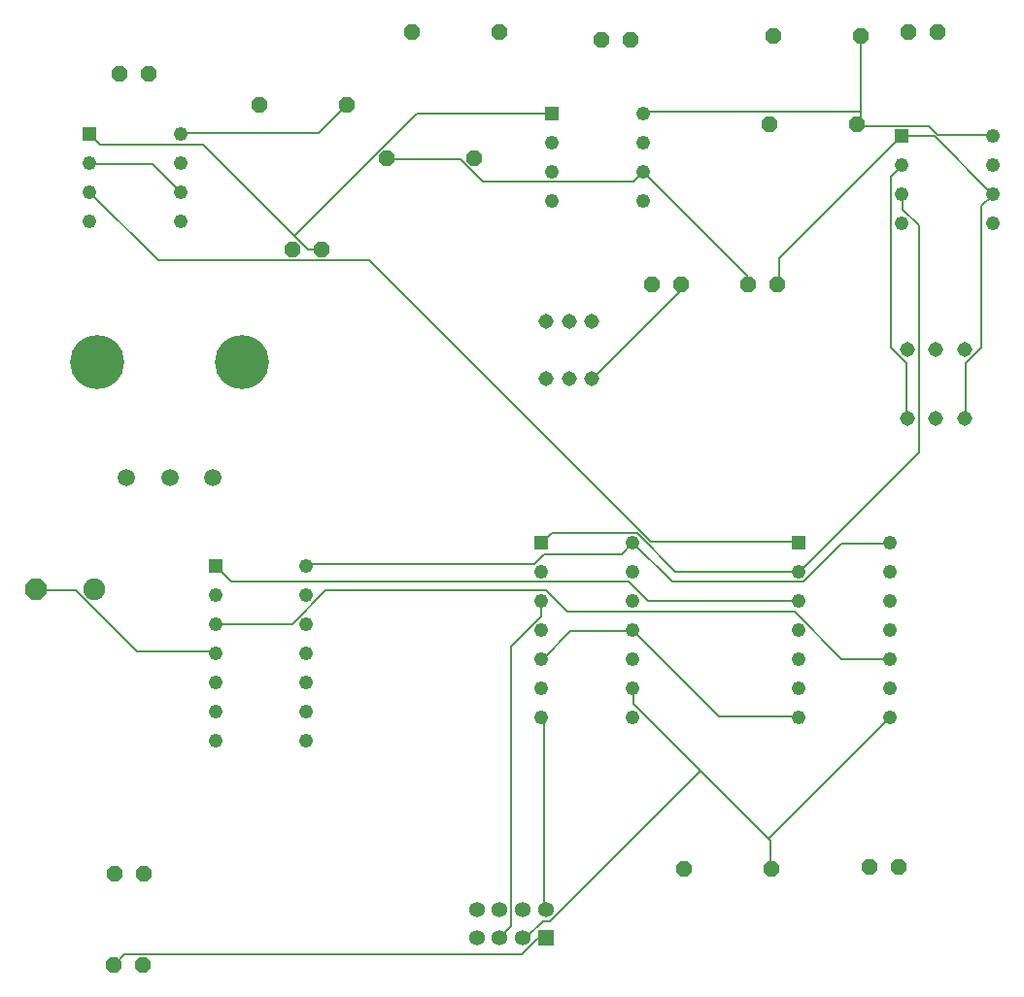
<source format=gbr>
G04 EAGLE Gerber RS-274X export*
G75*
%MOMM*%
%FSLAX34Y34*%
%LPD*%
%INBottom Copper*%
%IPPOS*%
%AMOC8*
5,1,8,0,0,1.08239X$1,22.5*%
G01*
%ADD10R,1.238000X1.238000*%
%ADD11C,1.238000*%
%ADD12R,1.358000X1.358000*%
%ADD13C,1.358000*%
%ADD14P,1.429621X8X202.500000*%
%ADD15P,1.429621X8X22.500000*%
%ADD16C,1.905000*%
%ADD17P,2.061953X8X202.500000*%
%ADD18C,1.508000*%
%ADD19C,4.708000*%
%ADD20C,1.308000*%
%ADD21C,0.152400*%


D10*
X759800Y437800D03*
D11*
X759800Y412400D03*
X759800Y387000D03*
X759800Y361600D03*
X759800Y336200D03*
X759800Y310800D03*
X759800Y285400D03*
X839200Y285400D03*
X839200Y310800D03*
X839200Y336200D03*
X839200Y361600D03*
X839200Y387000D03*
X839200Y412400D03*
X839200Y437800D03*
D12*
X539100Y93300D03*
D13*
X539100Y118300D03*
X519100Y93300D03*
X519100Y118300D03*
X499100Y93300D03*
X499100Y118300D03*
X479100Y93300D03*
X479100Y118300D03*
D14*
X612600Y876600D03*
X587200Y876600D03*
X193400Y846600D03*
X168000Y846600D03*
D15*
X855200Y883400D03*
X880600Y883400D03*
X631700Y663400D03*
X657100Y663400D03*
X318200Y693400D03*
X343600Y693400D03*
X715800Y663400D03*
X741200Y663400D03*
D16*
X145900Y397700D03*
D17*
X95100Y397700D03*
D15*
X163300Y149600D03*
X188700Y149600D03*
X162500Y69600D03*
X187900Y69600D03*
D10*
X141500Y794800D03*
D11*
X141500Y769400D03*
X141500Y744000D03*
X141500Y718600D03*
X220900Y718600D03*
X220900Y744000D03*
X220900Y769400D03*
X220900Y794800D03*
D10*
X544400Y812600D03*
D11*
X544400Y787200D03*
X544400Y761800D03*
X544400Y736400D03*
X623800Y736400D03*
X623800Y761800D03*
X623800Y787200D03*
X623800Y812600D03*
D10*
X849300Y792600D03*
D11*
X849300Y767200D03*
X849300Y741800D03*
X849300Y716400D03*
X928700Y716400D03*
X928700Y741800D03*
X928700Y767200D03*
X928700Y792600D03*
D15*
X821690Y154940D03*
X847090Y154940D03*
D10*
X535500Y437800D03*
D11*
X535500Y412400D03*
X535500Y387000D03*
X535500Y361600D03*
X535500Y336200D03*
X535500Y310800D03*
X535500Y285400D03*
X614900Y285400D03*
X614900Y310800D03*
X614900Y336200D03*
X614900Y361600D03*
X614900Y387000D03*
X614900Y412400D03*
X614900Y437800D03*
D10*
X251200Y417800D03*
D11*
X251200Y392400D03*
X251200Y367000D03*
X251200Y341600D03*
X251200Y316200D03*
X251200Y290800D03*
X251200Y265400D03*
X330600Y265400D03*
X330600Y290800D03*
X330600Y316200D03*
X330600Y341600D03*
X330600Y367000D03*
X330600Y392400D03*
X330600Y417800D03*
D18*
X173900Y495100D03*
X211400Y495100D03*
X248900Y495100D03*
D19*
X148400Y595100D03*
X274400Y595100D03*
D15*
X289300Y819600D03*
X365500Y819600D03*
X737700Y879600D03*
X813900Y879600D03*
X734100Y803100D03*
X810300Y803100D03*
X422500Y883100D03*
X498700Y883100D03*
X400900Y773100D03*
X477100Y773100D03*
X659300Y153100D03*
X735500Y153100D03*
D20*
X853900Y546400D03*
X878900Y546400D03*
X903900Y546400D03*
X903900Y606400D03*
X878900Y606400D03*
X853900Y606400D03*
X539500Y581100D03*
X559500Y581100D03*
X579500Y581100D03*
X539500Y631100D03*
X559500Y631100D03*
X579500Y631100D03*
D21*
X560832Y361188D02*
X614172Y361188D01*
X560832Y361188D02*
X536448Y336804D01*
X614172Y361188D02*
X614900Y361600D01*
X536448Y336804D02*
X535500Y336200D01*
X537972Y283464D02*
X537972Y118872D01*
X537972Y283464D02*
X536448Y284988D01*
X537972Y118872D02*
X539100Y118300D01*
X536448Y284988D02*
X535500Y285400D01*
X690372Y286512D02*
X758952Y286512D01*
X690372Y286512D02*
X615696Y361188D01*
X758952Y286512D02*
X759800Y285400D01*
X615696Y361188D02*
X614900Y361600D01*
X129540Y396240D02*
X96012Y396240D01*
X129540Y396240D02*
X182880Y342900D01*
X249936Y342900D01*
X96012Y396240D02*
X95100Y397700D01*
X249936Y342900D02*
X251200Y341600D01*
X656844Y658368D02*
X656844Y662940D01*
X656844Y658368D02*
X580644Y582168D01*
X656844Y662940D02*
X657100Y663400D01*
X580644Y582168D02*
X579500Y581100D01*
X342900Y693420D02*
X332232Y693420D01*
X320040Y705612D02*
X240792Y784860D01*
X320040Y705612D02*
X332232Y693420D01*
X240792Y784860D02*
X150876Y784860D01*
X141732Y794004D01*
X342900Y693420D02*
X343600Y693400D01*
X141732Y794004D02*
X141500Y794800D01*
X850392Y792480D02*
X877824Y792480D01*
X928116Y742188D01*
X850392Y792480D02*
X849300Y792600D01*
X928116Y742188D02*
X928700Y741800D01*
X905256Y594360D02*
X905256Y547116D01*
X905256Y594360D02*
X918972Y608076D01*
X918972Y731520D01*
X928116Y740664D01*
X905256Y547116D02*
X903900Y546400D01*
X928116Y740664D02*
X928700Y741800D01*
X426720Y812292D02*
X320040Y705612D01*
X426720Y812292D02*
X544068Y812292D01*
X544400Y812600D01*
X742188Y685800D02*
X742188Y664464D01*
X742188Y685800D02*
X848868Y792480D01*
X742188Y664464D02*
X741200Y663400D01*
X848868Y792480D02*
X849300Y792600D01*
X537972Y92964D02*
X531876Y92964D01*
X518160Y79248D01*
X172212Y79248D01*
X163068Y70104D01*
X537972Y92964D02*
X539100Y93300D01*
X163068Y70104D02*
X162500Y69600D01*
X330708Y419100D02*
X528828Y419100D01*
X537972Y428244D01*
X605028Y428244D01*
X614172Y437388D01*
X330708Y419100D02*
X330600Y417800D01*
X614172Y437388D02*
X614900Y437800D01*
X797052Y437388D02*
X838200Y437388D01*
X797052Y437388D02*
X763524Y403860D01*
X649224Y403860D01*
X615696Y437388D01*
X838200Y437388D02*
X839200Y437800D01*
X615696Y437388D02*
X614900Y437800D01*
X880872Y794004D02*
X928116Y794004D01*
X880872Y794004D02*
X873252Y801624D01*
X813816Y801624D02*
X810768Y801624D01*
X813816Y801624D02*
X873252Y801624D01*
X928116Y794004D02*
X928700Y792600D01*
X810768Y801624D02*
X810300Y803100D01*
X813816Y801624D02*
X813816Y813816D01*
X813816Y879348D01*
X813900Y879600D01*
X810300Y803100D02*
X813816Y801624D01*
X813816Y813816D02*
X624840Y813816D01*
X623800Y812600D01*
X341376Y795528D02*
X220980Y795528D01*
X341376Y795528D02*
X364236Y818388D01*
X220980Y795528D02*
X220900Y794800D01*
X364236Y818388D02*
X365500Y819600D01*
X630936Y438912D02*
X758952Y438912D01*
X630936Y438912D02*
X385572Y684276D01*
X201168Y684276D01*
X141732Y743712D01*
X758952Y438912D02*
X759800Y437800D01*
X141732Y743712D02*
X141500Y744000D01*
X141732Y768096D02*
X196596Y768096D01*
X219456Y745236D01*
X141732Y768096D02*
X141500Y769400D01*
X219456Y745236D02*
X220900Y744000D01*
X714756Y670560D02*
X714756Y664464D01*
X714756Y670560D02*
X624840Y760476D01*
X714756Y664464D02*
X715800Y663400D01*
X624840Y760476D02*
X623800Y761800D01*
X464820Y772668D02*
X402336Y772668D01*
X464820Y772668D02*
X484632Y752856D01*
X615696Y752856D01*
X623316Y760476D01*
X402336Y772668D02*
X400900Y773100D01*
X623316Y760476D02*
X623800Y761800D01*
X853440Y594360D02*
X853440Y547116D01*
X853440Y594360D02*
X839724Y608076D01*
X839724Y757428D01*
X848868Y766572D01*
X853440Y547116D02*
X853900Y546400D01*
X848868Y766572D02*
X849300Y767200D01*
X758952Y413004D02*
X652272Y413004D01*
X618744Y446532D01*
X544068Y446532D01*
X536448Y438912D01*
X758952Y413004D02*
X759800Y412400D01*
X536448Y438912D02*
X535500Y437800D01*
X850392Y728472D02*
X850392Y740664D01*
X850392Y728472D02*
X864108Y714756D01*
X864108Y516636D01*
X760476Y413004D01*
X850392Y740664D02*
X849300Y741800D01*
X760476Y413004D02*
X759800Y412400D01*
X534924Y385572D02*
X534924Y373380D01*
X509016Y347472D01*
X509016Y103632D01*
X499872Y94488D01*
X534924Y385572D02*
X535500Y387000D01*
X499872Y94488D02*
X499100Y93300D01*
X615696Y297180D02*
X615696Y309372D01*
X733044Y179832D02*
X734568Y178308D01*
X733044Y179832D02*
X673608Y239268D01*
X615696Y297180D01*
X734568Y178308D02*
X734568Y153924D01*
X615696Y309372D02*
X614900Y310800D01*
X734568Y153924D02*
X735500Y153100D01*
X733044Y179832D02*
X838200Y284988D01*
X839200Y285400D01*
X522732Y94488D02*
X519684Y94488D01*
X522732Y94488D02*
X536448Y108204D01*
X542544Y108204D01*
X673608Y239268D01*
X519684Y94488D02*
X519100Y93300D01*
X627888Y387096D02*
X758952Y387096D01*
X627888Y387096D02*
X611124Y403860D01*
X265176Y403860D01*
X251460Y417576D01*
X758952Y387096D02*
X759800Y387000D01*
X251460Y417576D02*
X251200Y417800D01*
X797052Y336804D02*
X838200Y336804D01*
X797052Y336804D02*
X755904Y377952D01*
X557784Y377952D01*
X539496Y396240D01*
X347472Y396240D01*
X318516Y367284D01*
X251460Y367284D01*
X838200Y336804D02*
X839200Y336200D01*
X251460Y367284D02*
X251200Y367000D01*
M02*

</source>
